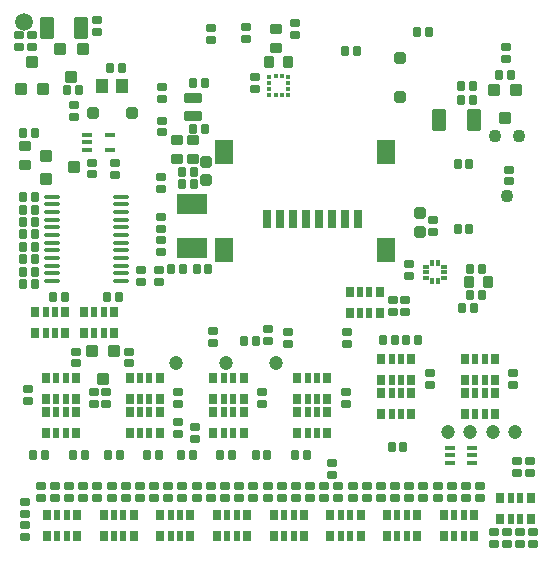
<source format=gbs>
G04*
G04 #@! TF.GenerationSoftware,Altium Limited,Altium Designer,23.8.1 (32)*
G04*
G04 Layer_Color=16711935*
%FSLAX25Y25*%
%MOIN*%
G70*
G04*
G04 #@! TF.SameCoordinates,C9C1B49D-FC50-48E7-82B8-0A043EE9E5D5*
G04*
G04*
G04 #@! TF.FilePolarity,Negative*
G04*
G01*
G75*
G04:AMPARAMS|DCode=49|XSize=16.54mil|YSize=35.43mil|CornerRadius=3.23mil|HoleSize=0mil|Usage=FLASHONLY|Rotation=270.000|XOffset=0mil|YOffset=0mil|HoleType=Round|Shape=RoundedRectangle|*
%AMROUNDEDRECTD49*
21,1,0.01654,0.02898,0,0,270.0*
21,1,0.01008,0.03543,0,0,270.0*
1,1,0.00646,-0.01449,-0.00504*
1,1,0.00646,-0.01449,0.00504*
1,1,0.00646,0.01449,0.00504*
1,1,0.00646,0.01449,-0.00504*
%
%ADD49ROUNDEDRECTD49*%
G04:AMPARAMS|DCode=54|XSize=31.5mil|YSize=27.56mil|CornerRadius=4.33mil|HoleSize=0mil|Usage=FLASHONLY|Rotation=180.000|XOffset=0mil|YOffset=0mil|HoleType=Round|Shape=RoundedRectangle|*
%AMROUNDEDRECTD54*
21,1,0.03150,0.01890,0,0,180.0*
21,1,0.02284,0.02756,0,0,180.0*
1,1,0.00866,-0.01142,0.00945*
1,1,0.00866,0.01142,0.00945*
1,1,0.00866,0.01142,-0.00945*
1,1,0.00866,-0.01142,-0.00945*
%
%ADD54ROUNDEDRECTD54*%
G04:AMPARAMS|DCode=55|XSize=31.5mil|YSize=27.56mil|CornerRadius=4.33mil|HoleSize=0mil|Usage=FLASHONLY|Rotation=90.000|XOffset=0mil|YOffset=0mil|HoleType=Round|Shape=RoundedRectangle|*
%AMROUNDEDRECTD55*
21,1,0.03150,0.01890,0,0,90.0*
21,1,0.02284,0.02756,0,0,90.0*
1,1,0.00866,0.00945,0.01142*
1,1,0.00866,0.00945,-0.01142*
1,1,0.00866,-0.00945,-0.01142*
1,1,0.00866,-0.00945,0.01142*
%
%ADD55ROUNDEDRECTD55*%
G04:AMPARAMS|DCode=59|XSize=39.37mil|YSize=41.34mil|CornerRadius=5.51mil|HoleSize=0mil|Usage=FLASHONLY|Rotation=180.000|XOffset=0mil|YOffset=0mil|HoleType=Round|Shape=RoundedRectangle|*
%AMROUNDEDRECTD59*
21,1,0.03937,0.03032,0,0,180.0*
21,1,0.02835,0.04134,0,0,180.0*
1,1,0.01102,-0.01417,0.01516*
1,1,0.01102,0.01417,0.01516*
1,1,0.01102,0.01417,-0.01516*
1,1,0.01102,-0.01417,-0.01516*
%
%ADD59ROUNDEDRECTD59*%
G04:AMPARAMS|DCode=60|XSize=39.37mil|YSize=41.34mil|CornerRadius=5.51mil|HoleSize=0mil|Usage=FLASHONLY|Rotation=180.000|XOffset=0mil|YOffset=0mil|HoleType=Round|Shape=RoundedRectangle|*
%AMROUNDEDRECTD60*
21,1,0.03937,0.03032,0,0,180.0*
21,1,0.02835,0.04134,0,0,180.0*
1,1,0.01102,-0.01417,0.01516*
1,1,0.01102,0.01417,0.01516*
1,1,0.01102,0.01417,-0.01516*
1,1,0.01102,-0.01417,-0.01516*
%
%ADD60ROUNDEDRECTD60*%
%ADD71C,0.05906*%
%ADD72C,0.04724*%
%ADD73C,0.04294*%
G04:AMPARAMS|DCode=104|XSize=29.53mil|YSize=35.43mil|CornerRadius=4.53mil|HoleSize=0mil|Usage=FLASHONLY|Rotation=180.000|XOffset=0mil|YOffset=0mil|HoleType=Round|Shape=RoundedRectangle|*
%AMROUNDEDRECTD104*
21,1,0.02953,0.02638,0,0,180.0*
21,1,0.02047,0.03543,0,0,180.0*
1,1,0.00906,-0.01024,0.01319*
1,1,0.00906,0.01024,0.01319*
1,1,0.00906,0.01024,-0.01319*
1,1,0.00906,-0.01024,-0.01319*
%
%ADD104ROUNDEDRECTD104*%
G04:AMPARAMS|DCode=105|XSize=21.65mil|YSize=35.43mil|CornerRadius=3.74mil|HoleSize=0mil|Usage=FLASHONLY|Rotation=180.000|XOffset=0mil|YOffset=0mil|HoleType=Round|Shape=RoundedRectangle|*
%AMROUNDEDRECTD105*
21,1,0.02165,0.02795,0,0,180.0*
21,1,0.01417,0.03543,0,0,180.0*
1,1,0.00748,-0.00709,0.01398*
1,1,0.00748,0.00709,0.01398*
1,1,0.00748,0.00709,-0.01398*
1,1,0.00748,-0.00709,-0.01398*
%
%ADD105ROUNDEDRECTD105*%
%ADD106R,0.01772X0.01378*%
%ADD107R,0.01378X0.01772*%
%ADD108R,0.01772X0.01870*%
%ADD109R,0.01870X0.01772*%
G04:AMPARAMS|DCode=110|XSize=39.76mil|YSize=37.4mil|CornerRadius=5.32mil|HoleSize=0mil|Usage=FLASHONLY|Rotation=270.000|XOffset=0mil|YOffset=0mil|HoleType=Round|Shape=RoundedRectangle|*
%AMROUNDEDRECTD110*
21,1,0.03976,0.02677,0,0,270.0*
21,1,0.02913,0.03740,0,0,270.0*
1,1,0.01063,-0.01339,-0.01457*
1,1,0.01063,-0.01339,0.01457*
1,1,0.01063,0.01339,0.01457*
1,1,0.01063,0.01339,-0.01457*
%
%ADD110ROUNDEDRECTD110*%
%ADD111R,0.04331X0.04724*%
G04:AMPARAMS|DCode=112|XSize=74.8mil|YSize=49.21mil|CornerRadius=6.5mil|HoleSize=0mil|Usage=FLASHONLY|Rotation=270.000|XOffset=0mil|YOffset=0mil|HoleType=Round|Shape=RoundedRectangle|*
%AMROUNDEDRECTD112*
21,1,0.07480,0.03622,0,0,270.0*
21,1,0.06181,0.04921,0,0,270.0*
1,1,0.01299,-0.01811,-0.03091*
1,1,0.01299,-0.01811,0.03091*
1,1,0.01299,0.01811,0.03091*
1,1,0.01299,0.01811,-0.03091*
%
%ADD112ROUNDEDRECTD112*%
G04:AMPARAMS|DCode=113|XSize=62.99mil|YSize=29.53mil|CornerRadius=4.53mil|HoleSize=0mil|Usage=FLASHONLY|Rotation=90.000|XOffset=0mil|YOffset=0mil|HoleType=Round|Shape=RoundedRectangle|*
%AMROUNDEDRECTD113*
21,1,0.06299,0.02047,0,0,90.0*
21,1,0.05394,0.02953,0,0,90.0*
1,1,0.00906,0.01024,0.02697*
1,1,0.00906,0.01024,-0.02697*
1,1,0.00906,-0.01024,-0.02697*
1,1,0.00906,-0.01024,0.02697*
%
%ADD113ROUNDEDRECTD113*%
G04:AMPARAMS|DCode=114|XSize=82.68mil|YSize=61.02mil|CornerRadius=7.68mil|HoleSize=0mil|Usage=FLASHONLY|Rotation=90.000|XOffset=0mil|YOffset=0mil|HoleType=Round|Shape=RoundedRectangle|*
%AMROUNDEDRECTD114*
21,1,0.08268,0.04567,0,0,90.0*
21,1,0.06732,0.06102,0,0,90.0*
1,1,0.01535,0.02284,0.03366*
1,1,0.01535,0.02284,-0.03366*
1,1,0.01535,-0.02284,-0.03366*
1,1,0.01535,-0.02284,0.03366*
%
%ADD114ROUNDEDRECTD114*%
G04:AMPARAMS|DCode=115|XSize=39.76mil|YSize=37.4mil|CornerRadius=5.32mil|HoleSize=0mil|Usage=FLASHONLY|Rotation=0.000|XOffset=0mil|YOffset=0mil|HoleType=Round|Shape=RoundedRectangle|*
%AMROUNDEDRECTD115*
21,1,0.03976,0.02677,0,0,0.0*
21,1,0.02913,0.03740,0,0,0.0*
1,1,0.01063,0.01457,-0.01339*
1,1,0.01063,-0.01457,-0.01339*
1,1,0.01063,-0.01457,0.01339*
1,1,0.01063,0.01457,0.01339*
%
%ADD115ROUNDEDRECTD115*%
%ADD116R,0.09843X0.07087*%
G04:AMPARAMS|DCode=117|XSize=31.5mil|YSize=40.16mil|CornerRadius=4.72mil|HoleSize=0mil|Usage=FLASHONLY|Rotation=0.000|XOffset=0mil|YOffset=0mil|HoleType=Round|Shape=RoundedRectangle|*
%AMROUNDEDRECTD117*
21,1,0.03150,0.03071,0,0,0.0*
21,1,0.02205,0.04016,0,0,0.0*
1,1,0.00945,0.01102,-0.01535*
1,1,0.00945,-0.01102,-0.01535*
1,1,0.00945,-0.01102,0.01535*
1,1,0.00945,0.01102,0.01535*
%
%ADD117ROUNDEDRECTD117*%
G04:AMPARAMS|DCode=118|XSize=31.5mil|YSize=40.16mil|CornerRadius=4.72mil|HoleSize=0mil|Usage=FLASHONLY|Rotation=270.000|XOffset=0mil|YOffset=0mil|HoleType=Round|Shape=RoundedRectangle|*
%AMROUNDEDRECTD118*
21,1,0.03150,0.03071,0,0,270.0*
21,1,0.02205,0.04016,0,0,270.0*
1,1,0.00945,-0.01535,-0.01102*
1,1,0.00945,-0.01535,0.01102*
1,1,0.00945,0.01535,0.01102*
1,1,0.00945,0.01535,-0.01102*
%
%ADD118ROUNDEDRECTD118*%
G04:AMPARAMS|DCode=119|XSize=31.5mil|YSize=59.06mil|CornerRadius=4.72mil|HoleSize=0mil|Usage=FLASHONLY|Rotation=270.000|XOffset=0mil|YOffset=0mil|HoleType=Round|Shape=RoundedRectangle|*
%AMROUNDEDRECTD119*
21,1,0.03150,0.04961,0,0,270.0*
21,1,0.02205,0.05906,0,0,270.0*
1,1,0.00945,-0.02480,-0.01102*
1,1,0.00945,-0.02480,0.01102*
1,1,0.00945,0.02480,0.01102*
1,1,0.00945,0.02480,-0.01102*
%
%ADD119ROUNDEDRECTD119*%
G04:AMPARAMS|DCode=120|XSize=37.4mil|YSize=37.4mil|CornerRadius=5.32mil|HoleSize=0mil|Usage=FLASHONLY|Rotation=270.000|XOffset=0mil|YOffset=0mil|HoleType=Round|Shape=RoundedRectangle|*
%AMROUNDEDRECTD120*
21,1,0.03740,0.02677,0,0,270.0*
21,1,0.02677,0.03740,0,0,270.0*
1,1,0.01063,-0.01339,-0.01339*
1,1,0.01063,-0.01339,0.01339*
1,1,0.01063,0.01339,0.01339*
1,1,0.01063,0.01339,-0.01339*
%
%ADD120ROUNDEDRECTD120*%
G04:AMPARAMS|DCode=121|XSize=39.37mil|YSize=41.34mil|CornerRadius=5.51mil|HoleSize=0mil|Usage=FLASHONLY|Rotation=90.000|XOffset=0mil|YOffset=0mil|HoleType=Round|Shape=RoundedRectangle|*
%AMROUNDEDRECTD121*
21,1,0.03937,0.03032,0,0,90.0*
21,1,0.02835,0.04134,0,0,90.0*
1,1,0.01102,0.01516,0.01417*
1,1,0.01102,0.01516,-0.01417*
1,1,0.01102,-0.01516,-0.01417*
1,1,0.01102,-0.01516,0.01417*
%
%ADD121ROUNDEDRECTD121*%
G04:AMPARAMS|DCode=122|XSize=39.37mil|YSize=41.34mil|CornerRadius=5.51mil|HoleSize=0mil|Usage=FLASHONLY|Rotation=90.000|XOffset=0mil|YOffset=0mil|HoleType=Round|Shape=RoundedRectangle|*
%AMROUNDEDRECTD122*
21,1,0.03937,0.03032,0,0,90.0*
21,1,0.02835,0.04134,0,0,90.0*
1,1,0.01102,0.01516,0.01417*
1,1,0.01102,0.01516,-0.01417*
1,1,0.01102,-0.01516,-0.01417*
1,1,0.01102,-0.01516,0.01417*
%
%ADD122ROUNDEDRECTD122*%
%ADD123O,0.05354X0.01378*%
D49*
X146260Y32087D02*
D03*
X146260Y34646D02*
D03*
X146260Y37205D02*
D03*
X153740Y32087D02*
D03*
Y34646D02*
D03*
Y37205D02*
D03*
X25394Y136516D02*
D03*
Y139075D02*
D03*
Y141634D02*
D03*
X32874D02*
D03*
Y136516D02*
D03*
D54*
X167323Y62205D02*
D03*
Y58268D02*
D03*
X172835Y32874D02*
D03*
Y28937D02*
D03*
X168701D02*
D03*
Y32874D02*
D03*
X81102Y156890D02*
D03*
Y160827D02*
D03*
X34449Y132087D02*
D03*
Y128150D02*
D03*
X132480Y94488D02*
D03*
Y98425D02*
D03*
X139567Y62204D02*
D03*
Y58267D02*
D03*
X146851Y24409D02*
D03*
Y20472D02*
D03*
X151575Y24409D02*
D03*
Y20472D02*
D03*
X142126Y24409D02*
D03*
Y20472D02*
D03*
X156299Y24409D02*
D03*
Y20472D02*
D03*
X31693Y51968D02*
D03*
Y55905D02*
D03*
X140551Y112992D02*
D03*
Y109055D02*
D03*
X28642Y179823D02*
D03*
Y175886D02*
D03*
X39173Y69291D02*
D03*
Y65354D02*
D03*
X21457Y69291D02*
D03*
Y65354D02*
D03*
X43110Y96457D02*
D03*
Y92520D02*
D03*
X5499Y56815D02*
D03*
Y52878D02*
D03*
X20866Y151575D02*
D03*
Y147638D02*
D03*
X2756Y170768D02*
D03*
Y174705D02*
D03*
X66535Y177165D02*
D03*
Y173228D02*
D03*
X67323Y72047D02*
D03*
Y75984D02*
D03*
X50197Y157480D02*
D03*
Y153543D02*
D03*
X85433Y72835D02*
D03*
Y76772D02*
D03*
X78346Y173425D02*
D03*
Y177362D02*
D03*
X127264Y86516D02*
D03*
Y82579D02*
D03*
X131200Y86516D02*
D03*
Y82579D02*
D03*
X164764Y170866D02*
D03*
Y166929D02*
D03*
X165945Y125984D02*
D03*
Y129921D02*
D03*
X6890Y170768D02*
D03*
Y174705D02*
D03*
X50197Y142323D02*
D03*
Y146260D02*
D03*
X111811Y71850D02*
D03*
Y75787D02*
D03*
X92126Y71850D02*
D03*
Y75787D02*
D03*
X94685Y178740D02*
D03*
Y174803D02*
D03*
X49804Y123425D02*
D03*
Y127362D02*
D03*
Y110039D02*
D03*
Y113976D02*
D03*
X49409Y92520D02*
D03*
Y96457D02*
D03*
X49804Y106496D02*
D03*
Y102559D02*
D03*
X47638Y24409D02*
D03*
Y20472D02*
D03*
X52362Y24409D02*
D03*
Y20472D02*
D03*
X57087Y24409D02*
D03*
Y20472D02*
D03*
X61811Y24409D02*
D03*
Y20472D02*
D03*
X161024Y5118D02*
D03*
Y9055D02*
D03*
X165355D02*
D03*
Y5118D02*
D03*
X169685D02*
D03*
Y9055D02*
D03*
X174016Y5118D02*
D03*
Y9055D02*
D03*
X83662Y51968D02*
D03*
Y55905D02*
D03*
X111614Y51968D02*
D03*
Y55905D02*
D03*
X27756Y51968D02*
D03*
Y55905D02*
D03*
X55709Y51968D02*
D03*
Y55905D02*
D03*
X24016Y24409D02*
D03*
Y20472D02*
D03*
X19292Y24409D02*
D03*
Y20472D02*
D03*
X14567Y24409D02*
D03*
Y20472D02*
D03*
X9843Y24409D02*
D03*
Y20472D02*
D03*
X42914Y24409D02*
D03*
Y20472D02*
D03*
X38189Y24409D02*
D03*
Y20472D02*
D03*
X33465Y24409D02*
D03*
Y20472D02*
D03*
X28740Y24409D02*
D03*
Y20472D02*
D03*
X80709Y24409D02*
D03*
Y20472D02*
D03*
X75985Y24409D02*
D03*
Y20472D02*
D03*
X71260Y24409D02*
D03*
Y20472D02*
D03*
X66536Y24409D02*
D03*
Y20472D02*
D03*
X99607D02*
D03*
Y24409D02*
D03*
X94882D02*
D03*
Y20472D02*
D03*
X90158Y24409D02*
D03*
Y20472D02*
D03*
X85433Y24409D02*
D03*
Y20472D02*
D03*
X118504Y24409D02*
D03*
Y20472D02*
D03*
X113780Y24409D02*
D03*
Y20472D02*
D03*
X109055Y24409D02*
D03*
Y20472D02*
D03*
X104331Y24409D02*
D03*
Y20472D02*
D03*
X132677Y24409D02*
D03*
Y20472D02*
D03*
X127953Y24409D02*
D03*
Y20472D02*
D03*
X123228Y24409D02*
D03*
Y20472D02*
D03*
X106890Y32087D02*
D03*
Y28150D02*
D03*
X4724Y15157D02*
D03*
Y19094D02*
D03*
X26772Y128347D02*
D03*
Y132283D02*
D03*
X61221Y44094D02*
D03*
Y40157D02*
D03*
X55709Y41732D02*
D03*
Y45669D02*
D03*
X4724Y7480D02*
D03*
Y11417D02*
D03*
X137402Y24409D02*
D03*
Y20472D02*
D03*
D55*
X154331Y83858D02*
D03*
X150394D02*
D03*
X13976Y87402D02*
D03*
X17913D02*
D03*
X152756Y131890D02*
D03*
X148819D02*
D03*
X152756Y110236D02*
D03*
X148819D02*
D03*
X126772Y37402D02*
D03*
X130709D02*
D03*
X36024Y87402D02*
D03*
X32087D02*
D03*
X166496Y161319D02*
D03*
X162559D02*
D03*
X56626Y34646D02*
D03*
X60563D02*
D03*
X98492Y34646D02*
D03*
X94555D02*
D03*
X81429Y34646D02*
D03*
X85366D02*
D03*
X73689D02*
D03*
X69752D02*
D03*
X18743Y156498D02*
D03*
X22680D02*
D03*
X131529Y73262D02*
D03*
X135466D02*
D03*
X150000Y153149D02*
D03*
X153937D02*
D03*
X111221Y169488D02*
D03*
X115157D02*
D03*
X127953Y73228D02*
D03*
X124016D02*
D03*
X53347Y96850D02*
D03*
X57284D02*
D03*
X61811Y96850D02*
D03*
X65748D02*
D03*
X57087Y125197D02*
D03*
X61024D02*
D03*
X33071Y163878D02*
D03*
X37008D02*
D03*
X152913Y88150D02*
D03*
X156850D02*
D03*
X152913Y96890D02*
D03*
X156850D02*
D03*
X135236Y175787D02*
D03*
X139173D02*
D03*
X153937Y157874D02*
D03*
X150000D02*
D03*
X60630Y158661D02*
D03*
X64567D02*
D03*
X60630Y143307D02*
D03*
X64567D02*
D03*
X77559Y72835D02*
D03*
X81496D02*
D03*
X60827Y129134D02*
D03*
X56890D02*
D03*
X20539Y34646D02*
D03*
X24476D02*
D03*
X11350Y34646D02*
D03*
X7413D02*
D03*
X45343Y34646D02*
D03*
X49280D02*
D03*
X36154Y34646D02*
D03*
X32217D02*
D03*
X7874Y142224D02*
D03*
X3937D02*
D03*
Y91831D02*
D03*
X7874D02*
D03*
X3937Y104232D02*
D03*
X7874D02*
D03*
X3937Y108366D02*
D03*
X7874D02*
D03*
X3937Y116634D02*
D03*
X7874D02*
D03*
X3937Y112500D02*
D03*
X7874D02*
D03*
X3937Y120768D02*
D03*
X7874D02*
D03*
X3937Y100099D02*
D03*
X7874D02*
D03*
X3937Y95965D02*
D03*
X7874D02*
D03*
D59*
X160787Y156398D02*
D03*
X164528Y147146D02*
D03*
X26772Y69488D02*
D03*
X30512Y60236D02*
D03*
X10630Y156673D02*
D03*
X6890Y165925D02*
D03*
X16339Y170098D02*
D03*
X20079Y160846D02*
D03*
D60*
X168268Y156398D02*
D03*
X34252Y69488D02*
D03*
X3150Y156673D02*
D03*
X23819Y170098D02*
D03*
D71*
X4331Y179232D02*
D03*
D72*
X145473Y42520D02*
D03*
X152953D02*
D03*
X160433D02*
D03*
X167913D02*
D03*
X88386Y65551D02*
D03*
X71457D02*
D03*
X54921D02*
D03*
D73*
X165295Y121221D02*
D03*
X161295Y141220D02*
D03*
X169295D02*
D03*
D104*
X24189Y75516D02*
D03*
Y82602D02*
D03*
X34229D02*
D03*
Y75516D02*
D03*
X8048D02*
D03*
Y82602D02*
D03*
X18087D02*
D03*
Y75516D02*
D03*
X77461Y60630D02*
D03*
Y53543D02*
D03*
X67421D02*
D03*
X67421Y60630D02*
D03*
X67421Y42126D02*
D03*
Y49212D02*
D03*
X77461D02*
D03*
Y42126D02*
D03*
X95374Y42126D02*
D03*
Y49212D02*
D03*
X105413Y49212D02*
D03*
X105413Y42126D02*
D03*
X105413Y60630D02*
D03*
Y53543D02*
D03*
X95374D02*
D03*
X95374Y60630D02*
D03*
X161319Y66929D02*
D03*
Y59842D02*
D03*
X151280D02*
D03*
X151280Y66929D02*
D03*
X151280Y48425D02*
D03*
Y55511D02*
D03*
X161319Y55511D02*
D03*
X161319Y48425D02*
D03*
X133366Y48425D02*
D03*
Y55512D02*
D03*
X123327D02*
D03*
X123327Y48425D02*
D03*
X123327Y66929D02*
D03*
Y59842D02*
D03*
X133366D02*
D03*
X133366Y66929D02*
D03*
X163091Y13386D02*
D03*
X163091Y20472D02*
D03*
X173130D02*
D03*
Y13386D02*
D03*
X144193Y7677D02*
D03*
Y14764D02*
D03*
X154232D02*
D03*
Y7677D02*
D03*
X112795Y89272D02*
D03*
X112795Y82185D02*
D03*
X122834D02*
D03*
Y89272D02*
D03*
X49705Y7677D02*
D03*
Y14764D02*
D03*
X59744D02*
D03*
Y7677D02*
D03*
X21555Y42126D02*
D03*
X21555Y49213D02*
D03*
X11516Y49213D02*
D03*
X11516Y42126D02*
D03*
Y60630D02*
D03*
X11516Y53543D02*
D03*
X21555D02*
D03*
Y60630D02*
D03*
X49508Y42126D02*
D03*
Y49213D02*
D03*
X39469Y49213D02*
D03*
X39469Y42126D02*
D03*
X39469Y60630D02*
D03*
Y53543D02*
D03*
X49508D02*
D03*
Y60630D02*
D03*
X11910Y7677D02*
D03*
X11910Y14764D02*
D03*
X21949D02*
D03*
X21949Y7677D02*
D03*
X30807D02*
D03*
Y14764D02*
D03*
X40846D02*
D03*
X40846Y7677D02*
D03*
X68602D02*
D03*
X68602Y14764D02*
D03*
X78642D02*
D03*
Y7677D02*
D03*
X87500D02*
D03*
X87500Y14764D02*
D03*
X97540Y14764D02*
D03*
Y7677D02*
D03*
X106398D02*
D03*
X106398Y14764D02*
D03*
X116437D02*
D03*
Y7677D02*
D03*
X125295D02*
D03*
Y14764D02*
D03*
X135335Y14764D02*
D03*
X135335Y7677D02*
D03*
D105*
X30784Y82602D02*
D03*
X27634D02*
D03*
Y75516D02*
D03*
X30784D02*
D03*
X14642Y82602D02*
D03*
X11492D02*
D03*
Y75516D02*
D03*
X14642D02*
D03*
X70866Y53543D02*
D03*
X74016D02*
D03*
Y60630D02*
D03*
X70866D02*
D03*
X74016Y49212D02*
D03*
X70866D02*
D03*
Y42126D02*
D03*
X74016D02*
D03*
X101969Y49212D02*
D03*
X98819D02*
D03*
Y42126D02*
D03*
X101969D02*
D03*
X98819Y53543D02*
D03*
X101969D02*
D03*
X101969Y60630D02*
D03*
X98819Y60630D02*
D03*
X154725Y59842D02*
D03*
X157874D02*
D03*
X157874Y66929D02*
D03*
X154725Y66929D02*
D03*
X157874Y55511D02*
D03*
X154725D02*
D03*
Y48425D02*
D03*
X157874D02*
D03*
X129921Y48425D02*
D03*
X126772D02*
D03*
Y55512D02*
D03*
X129921D02*
D03*
X126772Y66929D02*
D03*
X129921D02*
D03*
Y59842D02*
D03*
X126772D02*
D03*
X169685Y20472D02*
D03*
X166536D02*
D03*
Y13386D02*
D03*
X169685D02*
D03*
X150787Y14764D02*
D03*
X147638D02*
D03*
Y7677D02*
D03*
X150787D02*
D03*
X116240Y89272D02*
D03*
X119389D02*
D03*
Y82185D02*
D03*
X116240D02*
D03*
X56299Y14764D02*
D03*
X53150D02*
D03*
Y7677D02*
D03*
X56299D02*
D03*
X18110Y42126D02*
D03*
X14961Y42126D02*
D03*
Y49213D02*
D03*
X18110D02*
D03*
X14961Y60630D02*
D03*
X18110Y60630D02*
D03*
X18110Y53543D02*
D03*
X14961D02*
D03*
X46063Y42126D02*
D03*
X42913D02*
D03*
Y49213D02*
D03*
X46063Y49213D02*
D03*
X42914Y60630D02*
D03*
X46063D02*
D03*
Y53543D02*
D03*
X42914D02*
D03*
X18504Y14764D02*
D03*
X15355D02*
D03*
Y7677D02*
D03*
X18504D02*
D03*
X37402Y14764D02*
D03*
X34252Y14764D02*
D03*
Y7677D02*
D03*
X37402D02*
D03*
X75197Y14764D02*
D03*
X72047D02*
D03*
Y7677D02*
D03*
X75197D02*
D03*
X94095Y14764D02*
D03*
X90945Y14764D02*
D03*
Y7677D02*
D03*
X94095D02*
D03*
X112992Y14764D02*
D03*
X109843D02*
D03*
Y7677D02*
D03*
X112992D02*
D03*
X131890Y14764D02*
D03*
X128740Y14764D02*
D03*
Y7677D02*
D03*
X131890D02*
D03*
D106*
X92323Y158858D02*
D03*
Y156890D02*
D03*
Y160827D02*
D03*
Y154921D02*
D03*
X86024Y160827D02*
D03*
Y158858D02*
D03*
Y156890D02*
D03*
Y154921D02*
D03*
D107*
X90158Y161024D02*
D03*
X88189D02*
D03*
Y154724D02*
D03*
X90158D02*
D03*
D108*
X140158Y98671D02*
D03*
X142126D02*
D03*
Y92667D02*
D03*
X140158D02*
D03*
D109*
X144144Y97638D02*
D03*
Y95669D02*
D03*
Y93701D02*
D03*
X138140D02*
D03*
Y95669D02*
D03*
Y97638D02*
D03*
D110*
X129528Y167126D02*
D03*
X129528Y154134D02*
D03*
D111*
X36811Y157972D02*
D03*
X30118D02*
D03*
D112*
X142717Y146457D02*
D03*
X154134D02*
D03*
X11811Y177067D02*
D03*
X23228D02*
D03*
D113*
X85315Y113398D02*
D03*
X89646D02*
D03*
X93977D02*
D03*
X98307D02*
D03*
X102638D02*
D03*
X106969D02*
D03*
X111300D02*
D03*
X115630D02*
D03*
D114*
X125000Y103162D02*
D03*
Y135839D02*
D03*
X70867D02*
D03*
Y103162D02*
D03*
D115*
X27362Y148819D02*
D03*
X40354D02*
D03*
D116*
X60237Y118307D02*
D03*
X60237Y103740D02*
D03*
D117*
X159055Y92520D02*
D03*
X152756D02*
D03*
X92126Y165945D02*
D03*
X85827D02*
D03*
D118*
X88189Y176771D02*
D03*
Y170472D02*
D03*
X60433Y139764D02*
D03*
X60433Y133465D02*
D03*
X55315Y139764D02*
D03*
Y133465D02*
D03*
X4725Y137894D02*
D03*
X4725Y131595D02*
D03*
D119*
X60630Y153740D02*
D03*
Y147835D02*
D03*
D120*
X136417Y109291D02*
D03*
Y115512D02*
D03*
X64961Y132638D02*
D03*
Y126417D02*
D03*
D121*
X11615Y126931D02*
D03*
X20867Y130671D02*
D03*
D122*
X11615Y134412D02*
D03*
D123*
X13622Y92815D02*
D03*
Y95374D02*
D03*
Y97933D02*
D03*
Y100492D02*
D03*
Y103051D02*
D03*
Y105610D02*
D03*
Y108169D02*
D03*
Y110728D02*
D03*
Y113287D02*
D03*
Y115847D02*
D03*
Y118405D02*
D03*
Y120965D02*
D03*
X36615Y92815D02*
D03*
Y95374D02*
D03*
Y97933D02*
D03*
Y100492D02*
D03*
Y103051D02*
D03*
Y105610D02*
D03*
Y108169D02*
D03*
Y110728D02*
D03*
Y113287D02*
D03*
Y115847D02*
D03*
Y118405D02*
D03*
Y120965D02*
D03*
M02*

</source>
